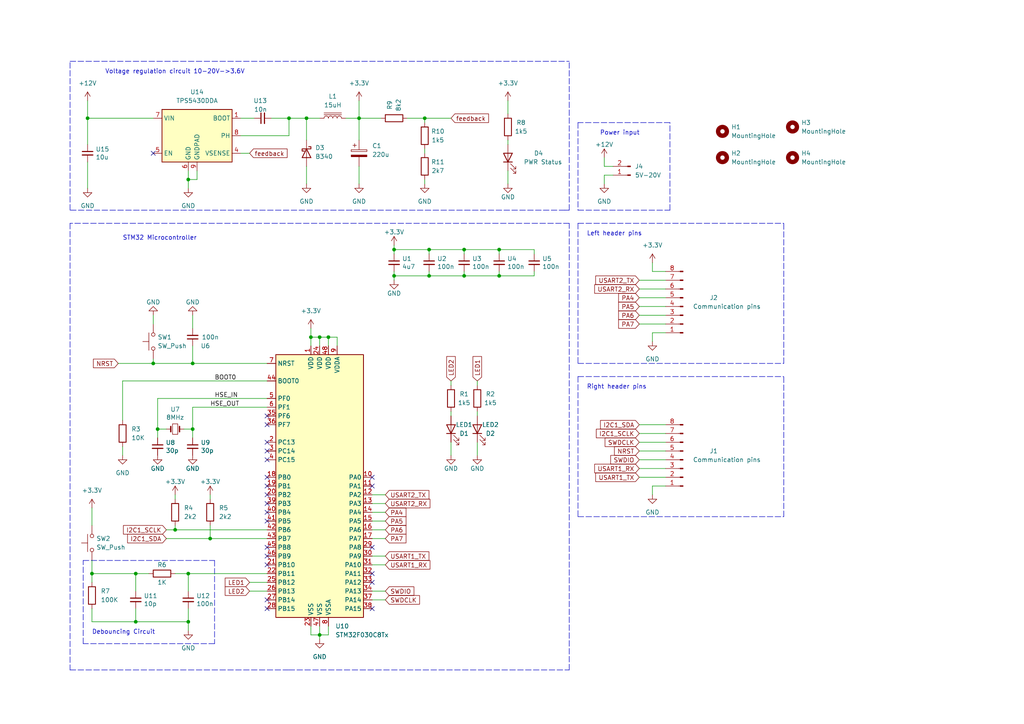
<source format=kicad_sch>
(kicad_sch (version 20211123) (generator eeschema)
  (paper "A4")
  (title_block (title "STM32F030 Developement board") (date "2022-10-16") (rev "1") (comment 1 "Creator: Mohamed Boubaker"))
  (lib_symbols
    (symbol "Connector:Conn_01x02_Male" (pin_names (offset 1.016) hide)
      (property "Reference" "J" (at 0 2.54 0))
      (property "Value" "Conn_01x02_Male" (at 0 -5.08 0))
      (symbol "Conn_01x02_Male_1_1"
        (polyline (pts (xy 1.27 -2.54) (xy 0.8636 -2.54)) (stroke (width 0.1524)))
        (polyline (pts (xy 1.27 0) (xy 0.8636 0)) (stroke (width 0.1524)))
        (rectangle (start 0.8636 -2.413) (end 0 -2.667) (stroke (width 0.1524)) (fill (type outline)))
        (rectangle (start 0.8636 0.127) (end 0 -0.127) (stroke (width 0.1524)) (fill (type outline)))
        (pin passive line (at 5.08 0 180) (length 3.81) (name "Pin_1") (number "1"))
        (pin passive line (at 5.08 -2.54 180) (length 3.81) (name "Pin_2") (number "2"))
      )
    )
    (symbol "Connector:Conn_01x08_Male" (pin_names (offset 1.016) hide)
      (property "Reference" "J" (at 0 10.16 0))
      (property "Value" "Conn_01x08_Male" (at 0 -12.7 0))
      (symbol "Conn_01x08_Male_1_1"
        (polyline (pts (xy 1.27 -10.16) (xy 0.8636 -10.16)) (stroke (width 0.1524)))
        (polyline (pts (xy 1.27 -7.62) (xy 0.8636 -7.62)) (stroke (width 0.1524)))
        (polyline (pts (xy 1.27 -5.08) (xy 0.8636 -5.08)) (stroke (width 0.1524)))
        (polyline (pts (xy 1.27 -2.54) (xy 0.8636 -2.54)) (stroke (width 0.1524)))
        (polyline (pts (xy 1.27 0) (xy 0.8636 0)) (stroke (width 0.1524)))
        (polyline (pts (xy 1.27 2.54) (xy 0.8636 2.54)) (stroke (width 0.1524)))
        (polyline (pts (xy 1.27 5.08) (xy 0.8636 5.08)) (stroke (width 0.1524)))
        (polyline (pts (xy 1.27 7.62) (xy 0.8636 7.62)) (stroke (width 0.1524)))
        (rectangle (start 0.8636 -10.033) (end 0 -10.287) (stroke (width 0.1524)) (fill (type outline)))
        (rectangle (start 0.8636 -7.493) (end 0 -7.747) (stroke (width 0.1524)) (fill (type outline)))
        (rectangle (start 0.8636 -4.953) (end 0 -5.207) (stroke (width 0.1524)) (fill (type outline)))
        (rectangle (start 0.8636 -2.413) (end 0 -2.667) (stroke (width 0.1524)) (fill (type outline)))
        (rectangle (start 0.8636 0.127) (end 0 -0.127) (stroke (width 0.1524)) (fill (type outline)))
        (rectangle (start 0.8636 2.667) (end 0 2.413) (stroke (width 0.1524)) (fill (type outline)))
        (rectangle (start 0.8636 5.207) (end 0 4.953) (stroke (width 0.1524)) (fill (type outline)))
        (rectangle (start 0.8636 7.747) (end 0 7.493) (stroke (width 0.1524)) (fill (type outline)))
        (pin passive line (at 5.08 7.62 180) (length 3.81) (name "Pin_1") (number "1"))
        (pin passive line (at 5.08 5.08 180) (length 3.81) (name "Pin_2") (number "2"))
        (pin passive line (at 5.08 2.54 180) (length 3.81) (name "Pin_3") (number "3"))
        (pin passive line (at 5.08 0 180) (length 3.81) (name "Pin_4") (number "4"))
        (pin passive line (at 5.08 -2.54 180) (length 3.81) (name "Pin_5") (number "5"))
        (pin passive line (at 5.08 -5.08 180) (length 3.81) (name "Pin_6") (number "6"))
        (pin passive line (at 5.08 -7.62 180) (length 3.81) (name "Pin_7") (number "7"))
        (pin passive line (at 5.08 -10.16 180) (length 3.81) (name "Pin_8") (number "8"))
      )
    )
    (symbol "Device:C_Polarized" (pin_numbers hide) (pin_names (offset 0.254))
      (property "Reference" "C" (at 0.635 2.54 0))
      (property "Value" "C_Polarized" (at 0.635 -2.54 0))
      (symbol "C_Polarized_0_1"
        (rectangle (start -2.286 0.508) (end 2.286 1.016))
        (polyline (pts (xy -1.778 2.286) (xy -0.762 2.286)))
        (polyline (pts (xy -1.27 2.794) (xy -1.27 1.778)))
        (rectangle (start 2.286 -0.508) (end -2.286 -1.016) (fill (type outline)))
      )
      (symbol "C_Polarized_1_1"
        (pin passive line (at 0 3.81 270) (length 2.794) (name "~") (number "1"))
        (pin passive line (at 0 -3.81 90) (length 2.794) (name "~") (number "2"))
      )
    )
    (symbol "Device:C_Small" (pin_numbers hide) (pin_names (offset 0.254) hide)
      (property "Reference" "C" (at 0.254 1.778 0))
      (property "Value" "C_Small" (at 0.254 -2.032 0))
      (symbol "C_Small_0_1"
        (polyline (pts (xy -1.524 -0.508) (xy 1.524 -0.508)) (stroke (width 0.3302)))
        (polyline (pts (xy -1.524 0.508) (xy 1.524 0.508)) (stroke (width 0.3048)))
      )
      (symbol "C_Small_1_1"
        (pin passive line (at 0 2.54 270) (length 2.032) (name "~") (number "1"))
        (pin passive line (at 0 -2.54 90) (length 2.032) (name "~") (number "2"))
      )
    )
    (symbol "Device:Crystal_Small" (pin_numbers hide) (pin_names (offset 1.016) hide)
      (property "Reference" "Y" (at 0 2.54 0))
      (property "Value" "Crystal_Small" (at 0 -2.54 0))
      (symbol "Crystal_Small_0_1"
        (rectangle (start -0.762 -1.524) (end 0.762 1.524))
        (polyline (pts (xy -1.27 -0.762) (xy -1.27 0.762)) (stroke (width 0.381)))
        (polyline (pts (xy 1.27 -0.762) (xy 1.27 0.762)) (stroke (width 0.381)))
      )
      (symbol "Crystal_Small_1_1"
        (pin passive line (at -2.54 0 0) (length 1.27) (name "1") (number "1"))
        (pin passive line (at 2.54 0 180) (length 1.27) (name "2") (number "2"))
      )
    )
    (symbol "Device:LED" (pin_numbers hide) (pin_names (offset 1.016) hide)
      (property "Reference" "D" (at 0 2.54 0))
      (property "Value" "LED" (at 0 -2.54 0))
      (symbol "LED_0_1"
        (polyline (pts (xy -1.27 -1.27) (xy -1.27 1.27)) (stroke (width 0.254)))
        (polyline (pts (xy -1.27 0) (xy 1.27 0)))
        (polyline (pts (xy 1.27 -1.27) (xy 1.27 1.27) (xy -1.27 0) (xy 1.27 -1.27)) (stroke (width 0.254)))
        (polyline (pts (xy -3.048 -0.762) (xy -4.572 -2.286) (xy -3.81 -2.286) (xy -4.572 -2.286) (xy -4.572 -1.524)))
        (polyline (pts (xy -1.778 -0.762) (xy -3.302 -2.286) (xy -2.54 -2.286) (xy -3.302 -2.286) (xy -3.302 -1.524)))
      )
      (symbol "LED_1_1"
        (pin passive line (at -3.81 0 0) (length 2.54) (name "K") (number "1"))
        (pin passive line (at 3.81 0 180) (length 2.54) (name "A") (number "2"))
      )
    )
    (symbol "Device:L_Iron" (pin_numbers hide) (pin_names (offset 1.016) hide)
      (property "Reference" "L" (at -1.27 0 90))
      (property "Value" "L_Iron" (at 2.794 0 90))
      (symbol "L_Iron_0_1"
        (arc (start 0 -2.54) (mid 0.635 -1.905) (end 0 -1.27))
        (arc (start 0 -1.27) (mid 0.635 -0.635) (end 0 0))
        (polyline (pts (xy 1.016 2.54) (xy 1.016 -2.54)))
        (polyline (pts (xy 1.524 -2.54) (xy 1.524 2.54)))
        (arc (start 0 0) (mid 0.635 0.635) (end 0 1.27))
        (arc (start 0 1.27) (mid 0.635 1.905) (end 0 2.54))
      )
      (symbol "L_Iron_1_1"
        (pin passive line (at 0 3.81 270) (length 1.27) (name "1") (number "1"))
        (pin passive line (at 0 -3.81 90) (length 1.27) (name "2") (number "2"))
      )
    )
    (symbol "Device:R" (pin_numbers hide) (pin_names (offset 0))
      (property "Reference" "R" (at 2.032 0 90))
      (property "Value" "R" (at 0 0 90))
      (symbol "R_0_1"
        (rectangle (start -1.016 -2.54) (end 1.016 2.54) (stroke (width 0.254)))
      )
      (symbol "R_1_1"
        (pin passive line (at 0 3.81 270) (length 1.27) (name "~") (number "1"))
        (pin passive line (at 0 -3.81 90) (length 1.27) (name "~") (number "2"))
      )
    )
    (symbol "Diode:B340" (pin_numbers hide) (pin_names (offset 1.016) hide)
      (property "Reference" "D" (at 0 2.54 0))
      (property "Value" "B340" (at 0 -2.54 0))
      (symbol "B340_0_1"
        (polyline (pts (xy 1.27 0) (xy -1.27 0)))
        (polyline (pts (xy 1.27 1.27) (xy 1.27 -1.27) (xy -1.27 0) (xy 1.27 1.27)) (stroke (width 0.254)))
        (polyline (pts (xy -1.905 0.635) (xy -1.905 1.27) (xy -1.27 1.27) (xy -1.27 -1.27) (xy -0.635 -1.27) (xy -0.635 -0.635)) (stroke (width 0.254)))
      )
      (symbol "B340_1_1"
        (pin passive line (at -3.81 0 0) (length 2.54) (name "K") (number "1"))
        (pin passive line (at 3.81 0 180) (length 2.54) (name "A") (number "2"))
      )
    )
    (symbol "MCU_ST_STM32F0:STM32F030C8Tx"
      (property "Reference" "U" (at -12.7 39.37 0))
      (property "Value" "STM32F030C8Tx" (at 7.62 39.37 0))
      (symbol "STM32F030C8Tx_0_1"
        (rectangle (start -12.7 -38.1) (end 12.7 38.1) (stroke (width 0.254)) (fill (type background)))
      )
      (symbol "STM32F030C8Tx_1_1"
        (pin power_in line (at -2.54 40.64 270) (length 2.54) (name "VDD") (number "1"))
        (pin bidirectional line (at 15.24 2.54 180) (length 2.54) (name "PA0") (number "10"))
        (pin bidirectional line (at 15.24 0 180) (length 2.54) (name "PA1") (number "11"))
        (pin bidirectional line (at 15.24 -2.54 180) (length 2.54) (name "PA2") (number "12"))
        (pin bidirectional line (at 15.24 -5.08 180) (length 2.54) (name "PA3") (number "13"))
        (pin bidirectional line (at 15.24 -7.62 180) (length 2.54) (name "PA4") (number "14"))
        (pin bidirectional line (at 15.24 -10.16 180) (length 2.54) (name "PA5") (number "15"))
        (pin bidirectional line (at 15.24 -12.7 180) (length 2.54) (name "PA6") (number "16"))
        (pin bidirectional line (at 15.24 -15.24 180) (length 2.54) (name "PA7") (number "17"))
        (pin bidirectional line (at -15.24 2.54 0) (length 2.54) (name "PB0") (number "18"))
        (pin bidirectional line (at -15.24 0 0) (length 2.54) (name "PB1") (number "19"))
        (pin bidirectional line (at -15.24 12.7 0) (length 2.54) (name "PC13") (number "2"))
        (pin bidirectional line (at -15.24 -2.54 0) (length 2.54) (name "PB2") (number "20"))
        (pin bidirectional line (at -15.24 -22.86 0) (length 2.54) (name "PB10") (number "21"))
        (pin bidirectional line (at -15.24 -25.4 0) (length 2.54) (name "PB11") (number "22"))
        (pin power_in line (at -2.54 -40.64 90) (length 2.54) (name "VSS") (number "23"))
        (pin power_in line (at 0 40.64 270) (length 2.54) (name "VDD") (number "24"))
        (pin bidirectional line (at -15.24 -27.94 0) (length 2.54) (name "PB12") (number "25"))
        (pin bidirectional line (at -15.24 -30.48 0) (length 2.54) (name "PB13") (number "26"))
        (pin bidirectional line (at -15.24 -33.02 0) (length 2.54) (name "PB14") (number "27"))
        (pin bidirectional line (at -15.24 -35.56 0) (length 2.54) (name "PB15") (number "28"))
        (pin bidirectional line (at 15.24 -17.78 180) (length 2.54) (name "PA8") (number "29"))
        (pin bidirectional line (at -15.24 10.16 0) (length 2.54) (name "PC14") (number "3"))
        (pin bidirectional line (at 15.24 -20.32 180) (length 2.54) (name "PA9") (number "30"))
        (pin bidirectional line (at 15.24 -22.86 180) (length 2.54) (name "PA10") (number "31"))
        (pin bidirectional line (at 15.24 -25.4 180) (length 2.54) (name "PA11") (number "32"))
        (pin bidirectional line (at 15.24 -27.94 180) (length 2.54) (name "PA12") (number "33"))
        (pin bidirectional line (at 15.24 -30.48 180) (length 2.54) (name "PA13") (number "34"))
        (pin bidirectional line (at -15.24 20.32 0) (length 2.54) (name "PF6") (number "35"))
        (pin bidirectional line (at -15.24 17.78 0) (length 2.54) (name "PF7") (number "36"))
        (pin bidirectional line (at 15.24 -33.02 180) (length 2.54) (name "PA14") (number "37"))
        (pin bidirectional line (at 15.24 -35.56 180) (length 2.54) (name "PA15") (number "38"))
        (pin bidirectional line (at -15.24 -5.08 0) (length 2.54) (name "PB3") (number "39"))
        (pin bidirectional line (at -15.24 7.62 0) (length 2.54) (name "PC15") (number "4"))
        (pin bidirectional line (at -15.24 -7.62 0) (length 2.54) (name "PB4") (number "40"))
        (pin bidirectional line (at -15.24 -10.16 0) (length 2.54) (name "PB5") (number "41"))
        (pin bidirectional line (at -15.24 -12.7 0) (length 2.54) (name "PB6") (number "42"))
        (pin bidirectional line (at -15.24 -15.24 0) (length 2.54) (name "PB7") (number "43"))
        (pin input line (at -15.24 30.48 0) (length 2.54) (name "BOOT0") (number "44"))
        (pin bidirectional line (at -15.24 -17.78 0) (length 2.54) (name "PB8") (number "45"))
        (pin bidirectional line (at -15.24 -20.32 0) (length 2.54) (name "PB9") (number "46"))
        (pin power_in line (at 0 -40.64 90) (length 2.54) (name "VSS") (number "47"))
        (pin power_in line (at 2.54 40.64 270) (length 2.54) (name "VDD") (number "48"))
        (pin input line (at -15.24 25.4 0) (length 2.54) (name "PF0") (number "5"))
        (pin input line (at -15.24 22.86 0) (length 2.54) (name "PF1") (number "6"))
        (pin input line (at -15.24 35.56 0) (length 2.54) (name "NRST") (number "7"))
        (pin power_in line (at 2.54 -40.64 90) (length 2.54) (name "VSSA") (number "8"))
        (pin power_in line (at 5.08 40.64 270) (length 2.54) (name "VDDA") (number "9"))
      )
    )
    (symbol "Mechanical:MountingHole" (pin_names (offset 1.016))
      (property "Reference" "H" (at 0 5.08 0))
      (property "Value" "MountingHole" (at 0 3.175 0))
      (symbol "MountingHole_0_1"
        (circle (center 0 0) (radius 1.27) (stroke (width 1.27)))
      )
    )
    (symbol "Regulator_Switching:TPS5430DDA"
      (property "Reference" "U" (at -10.16 8.89 0))
      (property "Value" "TPS5430DDA" (at -1.27 8.89 0))
      (symbol "TPS5430DDA_0_1"
        (rectangle (start -10.16 7.62) (end 10.16 -7.62) (stroke (width 0.254)) (fill (type background)))
      )
      (symbol "TPS5430DDA_1_1"
        (pin input line (at 12.7 5.08 180) (length 2.54) (name "BOOT") (number "1"))
        (pin no_connect line (at -10.16 2.54 0) (length 2.54) hide (name "NC") (number "2"))
        (pin no_connect line (at -10.16 -2.54 0) (length 2.54) hide (name "NC") (number "3"))
        (pin input line (at 12.7 -5.08 180) (length 2.54) (name "VSENSE") (number "4"))
        (pin input line (at -12.7 -5.08 0) (length 2.54) (name "EN") (number "5"))
        (pin power_in line (at -2.54 -10.16 90) (length 2.54) (name "GND") (number "6"))
        (pin power_in line (at -12.7 5.08 0) (length 2.54) (name "VIN") (number "7"))
        (pin output line (at 12.7 0 180) (length 2.54) (name "PH") (number "8"))
        (pin power_in line (at 0 -10.16 90) (length 2.54) (name "GNDPAD") (number "9"))
      )
    )
    (symbol "Switch:SW_Push" (pin_numbers hide) (pin_names (offset 1.016) hide)
      (property "Reference" "SW" (at 1.27 2.54 0))
      (property "Value" "SW_Push" (at 0 -1.524 0))
      (symbol "SW_Push_0_1"
        (circle (center -2.032 0) (radius 0.508))
        (polyline (pts (xy 0 1.27) (xy 0 3.048)))
        (polyline (pts (xy 2.54 1.27) (xy -2.54 1.27)))
        (circle (center 2.032 0) (radius 0.508))
        (pin passive line (at -5.08 0 0) (length 2.54) (name "1") (number "1"))
        (pin passive line (at 5.08 0 180) (length 2.54) (name "2") (number "2"))
      )
    )
    (symbol "power:+12V" (power) (pin_names (offset 0))
      (property "Value" "+12V" (at 0 3.556 0))
      (symbol "+12V_0_1"
        (polyline (pts (xy -0.762 1.27) (xy 0 2.54)))
        (polyline (pts (xy 0 0) (xy 0 2.54)))
        (polyline (pts (xy 0 2.54) (xy 0.762 1.27)))
      )
      (symbol "+12V_1_1"
        (pin power_in line (at 0 0 90) (length 0) hide (name "+12V") (number "1"))
      )
    )
    (symbol "power:+3.3V" (power) (pin_names (offset 0))
      (property "Value" "+3.3V" (at 0 3.556 0))
      (symbol "+3.3V_0_1"
        (polyline (pts (xy -0.762 1.27) (xy 0 2.54)))
        (polyline (pts (xy 0 0) (xy 0 2.54)))
        (polyline (pts (xy 0 2.54) (xy 0.762 1.27)))
      )
      (symbol "+3.3V_1_1"
        (pin power_in line (at 0 0 90) (length 0) hide (name "+3.3V") (number "1"))
      )
    )
    (symbol "power:GND" (power) (pin_names (offset 0))
      (property "Value" "GND" (at 0 -3.81 0))
      (symbol "GND_0_1"
        (polyline (pts (xy 0 0) (xy 0 -1.27) (xy 1.27 -1.27) (xy 0 -2.54) (xy -1.27 -1.27) (xy 0 -1.27)))
      )
      (symbol "GND_1_1"
        (pin power_in line (at 0 0 270) (length 0) hide (name "GND") (number "1"))
      )
    )
  )
  (junction (at 123.19 34.29))
  (junction (at 83.82 34.29))
  (junction (at 55.88 124.46))
  (junction (at 54.61 180.34))
  (junction (at 39.37 166.37))
  (junction (at 39.37 180.34))
  (junction (at 92.71 184.15))
  (junction (at 104.14 34.29))
  (junction (at 45.72 124.46))
  (junction (at 60.96 156.21))
  (junction (at 50.8 153.67))
  (junction (at 134.62 72.39))
  (junction (at 95.25 97.79))
  (junction (at 54.61 166.37))
  (junction (at 144.78 72.39))
  (junction (at 26.67 166.37))
  (junction (at 114.3 80.01))
  (junction (at 92.71 97.79))
  (junction (at 88.9 34.29))
  (junction (at 124.46 72.39))
  (junction (at 114.3 72.39))
  (junction (at 134.62 80.01))
  (junction (at 25.4 34.29))
  (junction (at 54.61 52.07))
  (junction (at 44.45 105.41))
  (junction (at 90.17 97.79))
  (junction (at 55.88 105.41))
  (junction (at 144.78 80.01))
  (junction (at 124.46 80.01))
  (no_connect (at 77.47 163.83))
  (no_connect (at 77.47 161.29))
  (no_connect (at 77.47 158.75))
  (no_connect (at 77.47 138.43))
  (no_connect (at 77.47 140.97))
  (no_connect (at 77.47 128.27))
  (no_connect (at 77.47 130.81))
  (no_connect (at 77.47 133.35))
  (no_connect (at 77.47 151.13))
  (no_connect (at 77.47 143.51))
  (no_connect (at 77.47 146.05))
  (no_connect (at 77.47 148.59))
  (no_connect (at 107.95 138.43))
  (no_connect (at 107.95 140.97))
  (no_connect (at 107.95 158.75))
  (no_connect (at 107.95 166.37))
  (no_connect (at 107.95 168.91))
  (no_connect (at 107.95 176.53))
  (no_connect (at 77.47 120.65))
  (no_connect (at 77.47 123.19))
  (no_connect (at 44.45 44.45))
  (no_connect (at 77.47 173.99))
  (no_connect (at 77.47 176.53))
  (polyline (pts (xy 167.64 105.41) (xy 227.33 105.41)))
  (wire (pts (xy 189.23 99.06) (xy 189.23 96.52)))
  (wire (pts (xy 185.42 83.82) (xy 193.04 83.82)))
  (wire (pts (xy 45.72 124.46) (xy 48.26 124.46)))
  (wire (pts (xy 185.42 93.98) (xy 193.04 93.98)))
  (wire (pts (xy 54.61 171.45) (xy 54.61 166.37)))
  (wire (pts (xy 130.81 128.27) (xy 130.81 132.08)))
  (wire (pts (xy 138.43 128.27) (xy 138.43 132.08)))
  (polyline (pts (xy 20.32 17.78) (xy 165.1 17.78)))
  (wire (pts (xy 39.37 180.34) (xy 26.67 180.34)))
  (wire (pts (xy 25.4 46.99) (xy 25.4 54.61)))
  (wire (pts (xy 60.96 156.21) (xy 77.47 156.21)))
  (polyline (pts (xy 24.13 186.69) (xy 24.13 162.56)))
  (wire (pts (xy 189.23 143.51) (xy 189.23 140.97)))
  (wire (pts (xy 123.19 35.56) (xy 123.19 34.29)))
  (wire (pts (xy 53.34 124.46) (xy 55.88 124.46)))
  (wire (pts (xy 107.95 173.99) (xy 111.76 173.99)))
  (wire (pts (xy 35.56 121.92) (xy 35.56 110.49)))
  (wire (pts (xy 97.79 97.79) (xy 95.25 97.79)))
  (wire (pts (xy 185.42 88.9) (xy 193.04 88.9)))
  (wire (pts (xy 77.47 105.41) (xy 55.88 105.41)))
  (wire (pts (xy 189.23 96.52) (xy 193.04 96.52)))
  (wire (pts (xy 48.26 153.67) (xy 50.8 153.67)))
  (wire (pts (xy 72.39 168.91) (xy 77.47 168.91)))
  (wire (pts (xy 144.78 80.01) (xy 154.94 80.01)))
  (wire (pts (xy 144.78 72.39) (xy 134.62 72.39)))
  (wire (pts (xy 88.9 48.26) (xy 88.9 53.34)))
  (wire (pts (xy 55.88 100.33) (xy 55.88 105.41)))
  (wire (pts (xy 54.61 166.37) (xy 50.8 166.37)))
  (wire (pts (xy 97.79 100.33) (xy 97.79 97.79)))
  (wire (pts (xy 100.33 34.29) (xy 104.14 34.29)))
  (wire (pts (xy 44.45 104.14) (xy 44.45 105.41)))
  (wire (pts (xy 83.82 34.29) (xy 88.9 34.29)))
  (wire (pts (xy 185.42 123.19) (xy 193.04 123.19)))
  (wire (pts (xy 185.42 138.43) (xy 193.04 138.43)))
  (wire (pts (xy 55.88 95.25) (xy 55.88 91.44)))
  (wire (pts (xy 34.29 105.41) (xy 44.45 105.41)))
  (wire (pts (xy 185.42 91.44) (xy 193.04 91.44)))
  (wire (pts (xy 44.45 34.29) (xy 25.4 34.29)))
  (wire (pts (xy 123.19 52.07) (xy 123.19 53.34)))
  (wire (pts (xy 26.67 162.56) (xy 26.67 166.37)))
  (wire (pts (xy 107.95 163.83) (xy 111.76 163.83)))
  (wire (pts (xy 104.14 34.29) (xy 110.49 34.29)))
  (wire (pts (xy 104.14 29.21) (xy 104.14 34.29)))
  (wire (pts (xy 50.8 152.4) (xy 50.8 153.67)))
  (wire (pts (xy 118.11 34.29) (xy 123.19 34.29)))
  (wire (pts (xy 107.95 171.45) (xy 111.76 171.45)))
  (polyline (pts (xy 167.64 109.22) (xy 167.64 149.86)))
  (wire (pts (xy 185.42 135.89) (xy 193.04 135.89)))
  (wire (pts (xy 134.62 72.39) (xy 124.46 72.39)))
  (wire (pts (xy 154.94 72.39) (xy 144.78 72.39)))
  (wire (pts (xy 69.85 39.37) (xy 83.82 39.37)))
  (wire (pts (xy 54.61 180.34) (xy 54.61 182.88)))
  (polyline (pts (xy 167.64 109.22) (xy 227.33 109.22)))
  (wire (pts (xy 39.37 176.53) (xy 39.37 180.34)))
  (wire (pts (xy 43.18 166.37) (xy 39.37 166.37)))
  (wire (pts (xy 107.95 151.13) (xy 111.76 151.13)))
  (polyline (pts (xy 167.64 60.96) (xy 194.31 60.96)))
  (wire (pts (xy 54.61 49.53) (xy 54.61 52.07)))
  (wire (pts (xy 57.15 52.07) (xy 54.61 52.07)))
  (wire (pts (xy 107.95 156.21) (xy 111.76 156.21)))
  (wire (pts (xy 114.3 78.74) (xy 114.3 80.01)))
  (wire (pts (xy 189.23 78.74) (xy 189.23 76.2)))
  (wire (pts (xy 90.17 97.79) (xy 90.17 100.33)))
  (wire (pts (xy 54.61 52.07) (xy 54.61 54.61)))
  (wire (pts (xy 134.62 78.74) (xy 134.62 80.01)))
  (polyline (pts (xy 167.64 149.86) (xy 227.33 149.86)))
  (wire (pts (xy 185.42 128.27) (xy 193.04 128.27)))
  (polyline (pts (xy 227.33 149.86) (xy 227.33 109.22)))
  (polyline (pts (xy 227.33 105.41) (xy 227.33 64.77)))
  (polyline (pts (xy 83.82 194.31) (xy 165.1 194.31)))
  (polyline (pts (xy 165.1 64.77) (xy 20.32 64.77)))
  (polyline (pts (xy 167.64 64.77) (xy 227.33 64.77)))
  (wire (pts (xy 55.88 124.46) (xy 55.88 118.11)))
  (polyline (pts (xy 20.32 64.77) (xy 20.32 194.31)))
  (wire (pts (xy 45.72 127) (xy 45.72 124.46)))
  (polyline (pts (xy 163.83 60.96) (xy 20.32 60.96)))
  (wire (pts (xy 177.8 48.26) (xy 175.26 48.26)))
  (wire (pts (xy 69.85 34.29) (xy 73.66 34.29)))
  (wire (pts (xy 123.19 34.29) (xy 130.81 34.29)))
  (wire (pts (xy 48.26 156.21) (xy 60.96 156.21)))
  (wire (pts (xy 54.61 176.53) (xy 54.61 180.34)))
  (wire (pts (xy 175.26 50.8) (xy 175.26 53.34)))
  (wire (pts (xy 175.26 48.26) (xy 175.26 45.72)))
  (wire (pts (xy 130.81 119.38) (xy 130.81 120.65)))
  (wire (pts (xy 144.78 73.66) (xy 144.78 72.39)))
  (wire (pts (xy 185.42 86.36) (xy 193.04 86.36)))
  (wire (pts (xy 26.67 180.34) (xy 26.67 176.53)))
  (wire (pts (xy 72.39 171.45) (xy 77.47 171.45)))
  (wire (pts (xy 147.32 49.53) (xy 147.32 53.34)))
  (wire (pts (xy 26.67 147.32) (xy 26.67 152.4)))
  (wire (pts (xy 114.3 80.01) (xy 124.46 80.01)))
  (wire (pts (xy 57.15 49.53) (xy 57.15 52.07)))
  (wire (pts (xy 90.17 95.25) (xy 90.17 97.79)))
  (wire (pts (xy 83.82 34.29) (xy 78.74 34.29)))
  (wire (pts (xy 90.17 181.61) (xy 90.17 184.15)))
  (wire (pts (xy 25.4 34.29) (xy 25.4 29.21)))
  (polyline (pts (xy 165.1 194.31) (xy 165.1 64.77)))
  (wire (pts (xy 177.8 50.8) (xy 175.26 50.8)))
  (wire (pts (xy 54.61 180.34) (xy 39.37 180.34)))
  (wire (pts (xy 154.94 73.66) (xy 154.94 72.39)))
  (wire (pts (xy 90.17 97.79) (xy 92.71 97.79)))
  (wire (pts (xy 45.72 115.57) (xy 45.72 124.46)))
  (wire (pts (xy 124.46 72.39) (xy 124.46 73.66)))
  (wire (pts (xy 50.8 153.67) (xy 77.47 153.67)))
  (wire (pts (xy 138.43 119.38) (xy 138.43 120.65)))
  (wire (pts (xy 144.78 78.74) (xy 144.78 80.01)))
  (wire (pts (xy 88.9 34.29) (xy 88.9 40.64)))
  (wire (pts (xy 92.71 184.15) (xy 92.71 185.42)))
  (polyline (pts (xy 165.1 60.96) (xy 165.1 17.78)))
  (polyline (pts (xy 24.13 162.56) (xy 62.23 162.56)))
  (polyline (pts (xy 20.32 60.96) (xy 20.32 17.78)))
  (wire (pts (xy 95.25 100.33) (xy 95.25 97.79)))
  (wire (pts (xy 147.32 29.21) (xy 147.32 33.02)))
  (wire (pts (xy 55.88 118.11) (xy 77.47 118.11)))
  (wire (pts (xy 35.56 129.54) (xy 35.56 132.08)))
  (wire (pts (xy 147.32 40.64) (xy 147.32 41.91)))
  (wire (pts (xy 104.14 48.26) (xy 104.14 53.34)))
  (wire (pts (xy 114.3 72.39) (xy 114.3 73.66)))
  (wire (pts (xy 123.19 44.45) (xy 123.19 43.18)))
  (polyline (pts (xy 62.23 162.56) (xy 62.23 186.69)))
  (polyline (pts (xy 163.83 60.96) (xy 165.1 60.96)))
  (wire (pts (xy 124.46 80.01) (xy 134.62 80.01)))
  (wire (pts (xy 154.94 78.74) (xy 154.94 80.01)))
  (wire (pts (xy 114.3 71.12) (xy 114.3 72.39)))
  (polyline (pts (xy 167.64 35.56) (xy 167.64 60.96)))
  (wire (pts (xy 185.42 130.81) (xy 193.04 130.81)))
  (wire (pts (xy 130.81 110.49) (xy 130.81 111.76)))
  (polyline (pts (xy 167.64 64.77) (xy 167.64 105.41)))
  (wire (pts (xy 69.85 44.45) (xy 72.39 44.45)))
  (wire (pts (xy 60.96 152.4) (xy 60.96 156.21)))
  (wire (pts (xy 189.23 140.97) (xy 193.04 140.97)))
  (wire (pts (xy 95.25 181.61) (xy 95.25 184.15)))
  (wire (pts (xy 92.71 181.61) (xy 92.71 184.15)))
  (wire (pts (xy 107.95 148.59) (xy 111.76 148.59)))
  (wire (pts (xy 107.95 143.51) (xy 111.76 143.51)))
  (wire (pts (xy 60.96 143.51) (xy 60.96 144.78)))
  (wire (pts (xy 39.37 166.37) (xy 26.67 166.37)))
  (wire (pts (xy 90.17 184.15) (xy 92.71 184.15)))
  (wire (pts (xy 35.56 110.49) (xy 77.47 110.49)))
  (wire (pts (xy 26.67 166.37) (xy 26.67 168.91)))
  (wire (pts (xy 44.45 91.44) (xy 44.45 93.98)))
  (wire (pts (xy 107.95 153.67) (xy 111.76 153.67)))
  (wire (pts (xy 124.46 80.01) (xy 124.46 78.74)))
  (wire (pts (xy 92.71 97.79) (xy 92.71 100.33)))
  (wire (pts (xy 95.25 184.15) (xy 92.71 184.15)))
  (wire (pts (xy 88.9 34.29) (xy 92.71 34.29)))
  (wire (pts (xy 25.4 34.29) (xy 25.4 41.91)))
  (polyline (pts (xy 20.32 194.31) (xy 83.82 194.31)))
  (wire (pts (xy 92.71 97.79) (xy 95.25 97.79)))
  (wire (pts (xy 54.61 166.37) (xy 77.47 166.37)))
  (wire (pts (xy 107.95 161.29) (xy 111.76 161.29)))
  (wire (pts (xy 134.62 73.66) (xy 134.62 72.39)))
  (polyline (pts (xy 62.23 186.69) (xy 24.13 186.69)))
  (wire (pts (xy 138.43 110.49) (xy 138.43 111.76)))
  (wire (pts (xy 45.72 115.57) (xy 77.47 115.57)))
  (polyline (pts (xy 194.31 35.56) (xy 167.64 35.56)))
  (wire (pts (xy 114.3 80.01) (xy 114.3 81.28)))
  (polyline (pts (xy 194.31 60.96) (xy 194.31 35.56)))
  (wire (pts (xy 55.88 127) (xy 55.88 124.46)))
  (wire (pts (xy 104.14 34.29) (xy 104.14 40.64)))
  (wire (pts (xy 50.8 143.51) (xy 50.8 144.78)))
  (wire (pts (xy 134.62 80.01) (xy 144.78 80.01)))
  (wire (pts (xy 185.42 125.73) (xy 193.04 125.73)))
  (wire (pts (xy 44.45 105.41) (xy 55.88 105.41)))
  (wire (pts (xy 124.46 72.39) (xy 114.3 72.39)))
  (wire (pts (xy 39.37 166.37) (xy 39.37 171.45)))
  (wire (pts (xy 83.82 39.37) (xy 83.82 34.29)))
  (wire (pts (xy 185.42 133.35) (xy 193.04 133.35)))
  (wire (pts (xy 193.04 78.74) (xy 189.23 78.74)))
  (wire (pts (xy 107.95 146.05) (xy 111.76 146.05)))
  (wire (pts (xy 185.42 81.28) (xy 193.04 81.28)))
  (text "Power input" (at 173.99 39.37 0) (effects (font (size 1.27 1.27)) (justify left bottom)))
  (text "STM32 Microcontroller" (at 35.56 69.85 0) (effects (font (size 1.27 1.27)) (justify left bottom)))
  (text "Voltage regulation circuit 10-20V->3.6V" (at 30.48 21.59 0) (effects (font (size 1.27 1.27)) (justify left bottom)))
  (text "Right header pins" (at 170.18 113.03 0) (effects (font (size 1.27 1.27)) (justify left bottom)))
  (text "Debouncing Circuit" (at 26.67 184.15 0) (effects (font (size 1.27 1.27)) (justify left bottom)))
  (text "Left header pins" (at 170.18 68.58 0) (effects (font (size 1.27 1.27)) (justify left bottom)))
  (label "BOOT0" (at 62.23 110.49 0))
  (label "HSE_IN" (at 62.23 115.57 0))
  (label "HSE_OUT" (at 60.96 118.11 0))
  (global_label "PA5" (shape input) (at 111.76 151.13 0) (property "Intersheet References" "${INTERSHEET_REFS}" (effects hide)))
  (global_label "SWDCLK" (shape input) (at 111.76 173.99 0) (property "Intersheet References" "${INTERSHEET_REFS}" (effects hide)))
  (global_label "SWDIO" (shape input) (at 185.42 133.35 180) (property "Intersheet References" "${INTERSHEET_REFS}" (effects hide)))
  (global_label "PA7" (shape input) (at 111.76 156.21 0) (property "Intersheet References" "${INTERSHEET_REFS}" (effects hide)))
  (global_label "USART2_RX" (shape input) (at 185.42 83.82 180) (property "Intersheet References" "${INTERSHEET_REFS}" (effects hide)))
  (global_label "PA6" (shape input) (at 111.76 153.67 0) (property "Intersheet References" "${INTERSHEET_REFS}" (effects hide)))
  (global_label "SWDCLK" (shape input) (at 185.42 128.27 180) (property "Intersheet References" "${INTERSHEET_REFS}" (effects hide)))
  (global_label "LED2" (shape input) (at 72.39 171.45 180) (property "Intersheet References" "${INTERSHEET_REFS}" (effects hide)))
  (global_label "USART2_RX" (shape input) (at 111.76 146.05 0) (property "Intersheet References" "${INTERSHEET_REFS}" (effects hide)))
  (global_label "NRST" (shape input) (at 185.42 130.81 180) (property "Intersheet References" "${INTERSHEET_REFS}" (effects hide)))
  (global_label "NRST" (shape input) (at 34.29 105.41 180) (property "Intersheet References" "${INTERSHEET_REFS}" (effects hide)))
  (global_label "I2C1_SDA" (shape input) (at 48.26 156.21 180) (property "Intersheet References" "${INTERSHEET_REFS}" (effects hide)))
  (global_label "feedback" (shape input) (at 130.81 34.29 0) (property "Intersheet References" "${INTERSHEET_REFS}" (effects hide)))
  (global_label "USART1_RX" (shape input) (at 111.76 163.83 0) (property "Intersheet References" "${INTERSHEET_REFS}" (effects hide)))
  (global_label "PA5" (shape input) (at 185.42 88.9 180) (property "Intersheet References" "${INTERSHEET_REFS}" (effects hide)))
  (global_label "USART1_TX" (shape input) (at 111.76 161.29 0) (property "Intersheet References" "${INTERSHEET_REFS}" (effects hide)))
  (global_label "I2C1_SCLK" (shape input) (at 185.42 125.73 180) (property "Intersheet References" "${INTERSHEET_REFS}" (effects hide)))
  (global_label "PA7" (shape input) (at 185.42 93.98 180) (property "Intersheet References" "${INTERSHEET_REFS}" (effects hide)))
  (global_label "USART2_TX" (shape input) (at 111.76 143.51 0) (property "Intersheet References" "${INTERSHEET_REFS}" (effects hide)))
  (global_label "USART1_TX" (shape input) (at 185.42 138.43 180) (property "Intersheet References" "${INTERSHEET_REFS}" (effects hide)))
  (global_label "I2C1_SCLK" (shape input) (at 48.26 153.67 180) (property "Intersheet References" "${INTERSHEET_REFS}" (effects hide)))
  (global_label "LED1" (shape input) (at 72.39 168.91 180) (property "Intersheet References" "${INTERSHEET_REFS}" (effects hide)))
  (global_label "feedback" (shape input) (at 72.39 44.45 0) (property "Intersheet References" "${INTERSHEET_REFS}" (effects hide)))
  (global_label "LED2" (shape input) (at 130.81 110.49 90) (property "Intersheet References" "${INTERSHEET_REFS}" (effects hide)))
  (global_label "PA4" (shape input) (at 185.42 86.36 180) (property "Intersheet References" "${INTERSHEET_REFS}" (effects hide)))
  (global_label "I2C1_SDA" (shape input) (at 185.42 123.19 180) (property "Intersheet References" "${INTERSHEET_REFS}" (effects hide)))
  (global_label "USART1_RX" (shape input) (at 185.42 135.89 180) (property "Intersheet References" "${INTERSHEET_REFS}" (effects hide)))
  (global_label "USART2_TX" (shape input) (at 185.42 81.28 180) (property "Intersheet References" "${INTERSHEET_REFS}" (effects hide)))
  (global_label "LED1" (shape input) (at 138.43 110.49 90) (property "Intersheet References" "${INTERSHEET_REFS}" (effects hide)))
  (global_label "PA6" (shape input) (at 185.42 91.44 180) (property "Intersheet References" "${INTERSHEET_REFS}" (effects hide)))
  (global_label "SWDIO" (shape input) (at 111.76 171.45 0) (property "Intersheet References" "${INTERSHEET_REFS}" (effects hide)))
  (global_label "PA4" (shape input) (at 111.76 148.59 0) (property "Intersheet References" "${INTERSHEET_REFS}" (effects hide)))
  (symbol (lib_id "Device:R") (at 123.19 48.26 0) (unit 1)
    (property "Reference" "R11" (at 127 46.99 0))
    (property "Value" "2k7" (at 127 49.53 0))
    (property "Footprint" "Resistor_SMD:R_0805_2012Metric" (effects hide))
    (property "LCSC Part #" "C17530" (effects hide))
  )
  (symbol (lib_id "power:+3.3V") (at 114.3 71.12 0) (unit 1)
    (property "Reference" "#PWR01" (effects hide))
    (property "Value" "+3.3V" (at 114.3 67.31 0))
  )
  (symbol (lib_id "Device:R") (at 26.67 172.72 0) (unit 1)
    (property "Reference" "R7" (at 29.21 171.4499 0) (effects (justify left)))
    (property "Value" "100K" (at 29.21 173.9899 0) (effects (justify left)))
    (property "Footprint" "Resistor_SMD:R_0603_1608Metric" (effects hide))
    (property "LCSC Part #" "C25803" (effects hide))
  )
  (symbol (lib_id "Device:R") (at 60.96 148.59 180) (unit 1)
    (property "Reference" "R5" (at 63.5 147.3199 0) (effects (justify right)))
    (property "Value" "2k2" (at 63.5 149.8599 0) (effects (justify right)))
    (property "Footprint" "Resistor_SMD:R_0402_1005Metric" (effects hide))
    (property "LCSC Part #" "C25879" (effects hide))
  )
  (symbol (lib_id "Device:R") (at 50.8 148.59 180) (unit 1)
    (property "Reference" "R4" (at 53.34 147.3199 0) (effects (justify right)))
    (property "Value" "2k2" (at 53.34 149.8599 0) (effects (justify right)))
    (property "Footprint" "Resistor_SMD:R_0402_1005Metric" (effects hide))
    (property "LCSC Part #" "C25879" (effects hide))
  )
  (symbol (lib_id "Device:R") (at 114.3 34.29 90) (unit 1)
    (property "Reference" "R9" (at 113.03 30.48 0))
    (property "Value" "8k2" (at 115.57 30.48 0))
    (property "Footprint" "Resistor_SMD:R_0805_2012Metric" (effects hide))
    (property "LCSC Part #" "C17828" (effects hide))
  )
  (symbol (lib_id "Device:LED") (at 138.43 124.46 90) (unit 1)
    (property "Reference" "D2" (at 142.24 125.73 90))
    (property "Value" "LED2" (at 142.24 123.19 90))
    (property "Footprint" "LED_SMD:LED_0603_1608Metric" (effects hide))
    (property "LCSC Part #" "C72041" (effects hide))
  )
  (symbol (lib_id "power:GND") (at 54.61 54.61 0) (unit 1)
    (property "Reference" "#PWR0105" (effects hide))
    (property "Value" "GND" (at 54.61 59.69 0))
  )
  (symbol (lib_id "power:GND") (at 104.14 53.34 0) (unit 1)
    (property "Reference" "#PWR0107" (effects hide))
    (property "Value" "GND" (at 104.14 58.42 0))
  )
  (symbol (lib_id "Switch:SW_Push") (at 26.67 157.48 90) (unit 1)
    (property "Reference" "SW2" (at 27.94 156.2099 90) (effects (justify right)))
    (property "Value" "SW_Push" (at 27.94 158.7499 90) (effects (justify right)))
    (property "Footprint" "Button_Switch_SMD:SW_Push_1P1T_NO_CK_KSC6xxJ" (effects hide))
    (property "LCSC Part #" "C318884" (effects hide))
  )
  (symbol (lib_id "Device:C_Small") (at 55.88 97.79 180) (unit 1)
    (property "Reference" "U6" (at 60.96 100.33 0) (effects (justify left)))
    (property "Value" "100n" (at 63.5 97.79 0) (effects (justify left)))
    (property "Footprint" "Capacitor_SMD:C_0402_1005Metric" (effects hide))
    (property "LCSC Part #" "C1525" (effects hide))
  )
  (symbol (lib_id "power:GND") (at 114.3 81.28 0) (unit 1)
    (property "Reference" "#PWR02" (effects hide))
    (property "Value" "GND" (at 114.3 85.09 0))
  )
  (symbol (lib_id "power:+3.3V") (at 50.8 143.51 0) (unit 1)
    (property "Reference" "#PWR014" (effects hide))
    (property "Value" "+3.3V" (at 50.8 139.7 0))
  )
  (symbol (lib_id "Device:C_Small") (at 76.2 34.29 90) (unit 1)
    (property "Reference" "U13" (at 77.47 29.21 90) (effects (justify left)))
    (property "Value" "10n" (at 77.47 31.75 90) (effects (justify left)))
    (property "Footprint" "Capacitor_SMD:C_0805_2012Metric" (effects hide))
    (property "LCSC Part #" "C1710" (effects hide))
  )
  (symbol (lib_id "power:GND") (at 175.26 53.34 0) (unit 1)
    (property "Reference" "#PWR0110" (effects hide))
    (property "Value" "GND" (at 175.26 58.42 0))
  )
  (symbol (lib_id "Device:R") (at 130.81 115.57 0) (unit 1)
    (property "Reference" "R1" (at 134.62 114.3 0))
    (property "Value" "1k5" (at 134.62 116.84 0))
    (property "Footprint" "Resistor_SMD:R_0603_1608Metric" (effects hide))
    (property "LCSC Part #" "C22843" (effects hide))
  )
  (symbol (lib_id "power:GND") (at 130.81 132.08 0) (unit 1)
    (property "Reference" "#PWR07" (effects hide))
    (property "Value" "GND" (at 130.81 135.89 0))
  )
  (symbol (lib_id "Regulator_Switching:TPS5430DDA") (at 57.15 39.37 0) (unit 1)
    (property "Reference" "U14" (at 57.15 26.67 0))
    (property "Value" "TPS5430DDA" (at 57.15 29.21 0))
    (property "Footprint" "Package_SO:TI_SO-PowerPAD-8_ThermalVias" (effects hide))
    (property "Datasheet" "http://www.ti.com/lit/ds/symlink/tps5430.pdf" (effects hide))
    (property "LCSC Part #" "C9864" (effects hide))
  )
  (symbol (lib_id "power:+3.3V") (at 90.17 95.25 0) (unit 1)
    (property "Reference" "#PWR05" (effects hide))
    (property "Value" "+3.3V" (at 90.17 90.17 0))
  )
  (symbol (lib_id "power:+3.3V") (at 26.67 147.32 0) (unit 1)
    (property "Reference" "#PWR016" (effects hide))
    (property "Value" "+3.3V" (at 26.67 142.24 0))
  )
  (symbol (lib_id "Connector:Conn_01x08_Male") (at 198.12 133.35 180) (unit 1)
    (property "Reference" "J1" (at 207.01 130.81 0))
    (property "Value" "Communication pins" (at 210.82 133.35 0))
    (property "Footprint" "Connector_PinHeader_2.54mm:PinHeader_1x08_P2.54mm_Vertical" (effects hide))
  )
  (symbol (lib_id "Device:R") (at 123.19 39.37 0) (unit 1)
    (property "Reference" "R10" (at 127 38.1 0))
    (property "Value" "1k5" (at 127 40.64 0))
    (property "Footprint" "Resistor_SMD:R_0805_2012Metric" (effects hide))
    (property "LCSC Part #" "C4310" (effects hide))
  )
  (symbol (lib_id "Device:C_Small") (at 25.4 44.45 0) (unit 1)
    (property "Reference" "U15" (at 27.7368 43.2816 0) (effects (justify left)))
    (property "Value" "10u" (at 27.7368 45.593 0) (effects (justify left)))
    (property "Footprint" "Capacitor_SMD:C_0805_2012Metric" (effects hide))
    (property "LCSC Part #" "C15850" (effects hide))
  )
  (symbol (lib_id "Mechanical:MountingHole") (at 229.87 36.83 0) (unit 1)
    (property "Reference" "H3" (at 232.41 35.5599 0) (effects (justify left)))
    (property "Value" "MountingHole" (at 232.41 38.0999 0) (effects (justify left)))
    (property "Footprint" "MountingHole:MountingHole_2.2mm_M2" (effects hide))
  )
  (symbol (lib_id "power:GND") (at 189.23 143.51 0) (unit 1)
    (property "Reference" "#PWR013" (effects hide))
    (property "Value" "GND" (at 189.23 148.59 0))
  )
  (symbol (lib_id "Device:R") (at 147.32 36.83 0) (unit 1)
    (property "Reference" "R8" (at 151.13 35.56 0))
    (property "Value" "1k5" (at 151.13 38.1 0))
    (property "Footprint" "Resistor_SMD:R_0603_1608Metric" (effects hide))
    (property "LCSC Part #" "C22843" (effects hide))
  )
  (symbol (lib_id "Connector:Conn_01x08_Male") (at 198.12 88.9 180) (unit 1)
    (property "Reference" "J2" (at 207.01 86.36 0))
    (property "Value" "Communication pins" (at 210.82 88.9 0))
    (property "Footprint" "Connector_PinHeader_2.54mm:PinHeader_1x08_P2.54mm_Vertical" (effects hide))
  )
  (symbol (lib_id "Device:C_Small") (at 134.62 76.2 0) (unit 1)
    (property "Reference" "U3" (at 136.9568 75.0316 0) (effects (justify left)))
    (property "Value" "100n" (at 136.9568 77.343 0) (effects (justify left)))
    (property "Footprint" "Capacitor_SMD:C_0402_1005Metric" (effects hide))
    (property "LCSC Part #" "C1525" (effects hide))
  )
  (symbol (lib_id "power:+3.3V") (at 104.14 29.21 0) (unit 1)
    (property "Reference" "#PWR0102" (effects hide))
    (property "Value" "+3.3V" (at 104.14 24.13 0))
  )
  (symbol (lib_id "power:GND") (at 189.23 99.06 0) (unit 1)
    (property "Reference" "#PWR018" (effects hide))
    (property "Value" "GND" (at 189.23 104.14 0))
  )
  (symbol (lib_id "power:GND") (at 45.72 132.08 0) (unit 1)
    (property "Reference" "#PWR010" (effects hide))
    (property "Value" "GND" (at 45.72 135.89 0))
  )
  (symbol (lib_id "power:GND") (at 92.71 185.42 0) (unit 1)
    (property "Reference" "#PWR019" (effects hide))
    (property "Value" "GND" (at 92.71 190.5 0))
  )
  (symbol (lib_id "Device:R") (at 46.99 166.37 270) (unit 1)
    (property "Reference" "R6" (at 46.99 163.83 90))
    (property "Value" "1K" (at 46.99 168.91 90))
    (property "Footprint" "Resistor_SMD:R_0603_1608Metric" (effects hide))
    (property "LCSC Part #" "C21190" (effects hide))
  )
  (symbol (lib_id "power:GND") (at 55.88 91.44 180) (unit 1)
    (property "Reference" "#PWR04" (effects hide))
    (property "Value" "GND" (at 55.88 87.63 0))
  )
  (symbol (lib_id "power:+3.3V") (at 60.96 143.51 0) (unit 1)
    (property "Reference" "#PWR015" (effects hide))
    (property "Value" "+3.3V" (at 60.96 139.7 0))
  )
  (symbol (lib_id "Device:C_Small") (at 39.37 173.99 0) (unit 1)
    (property "Reference" "U11" (at 41.7068 172.8216 0) (effects (justify left)))
    (property "Value" "10p" (at 41.7068 175.133 0) (effects (justify left)))
    (property "Footprint" "Capacitor_SMD:C_0402_1005Metric" (effects hide))
    (property "LCSC Part #" "C32949" (effects hide))
  )
  (symbol (lib_id "power:+12V") (at 175.26 45.72 0) (unit 1)
    (property "Reference" "#PWR0111" (effects hide))
    (property "Value" "+12V" (at 175.26 41.91 0))
  )
  (symbol (lib_id "Device:C_Polarized") (at 104.14 44.45 0) (unit 1)
    (property "Reference" "C1" (at 107.95 42.2909 0) (effects (justify left)))
    (property "Value" "220u" (at 107.95 44.8309 0) (effects (justify left)))
    (property "Footprint" "Capacitor_Tantalum_SMD:CP_EIA-7343-15_Kemet-W" (effects hide))
    (property "LCSC Part #" "C242173" (effects hide))
  )
  (symbol (lib_id "Device:C_Small") (at 154.94 76.2 0) (unit 1)
    (property "Reference" "U5" (at 157.2768 75.0316 0) (effects (justify left)))
    (property "Value" "100n" (at 157.2768 77.343 0) (effects (justify left)))
    (property "Footprint" "Capacitor_SMD:C_0402_1005Metric" (effects hide))
    (property "LCSC Part #" "C1525" (effects hide))
  )
  (symbol (lib_id "power:+12V") (at 25.4 29.21 0) (unit 1)
    (property "Reference" "#PWR0103" (effects hide))
    (property "Value" "+12V" (at 25.4 24.13 0))
  )
  (symbol (lib_id "Device:C_Small") (at 55.88 129.54 0) (unit 1)
    (property "Reference" "U9" (at 58.2168 128.3716 0) (effects (justify left)))
    (property "Value" "30p" (at 58.2168 130.683 0) (effects (justify left)))
    (property "Footprint" "Capacitor_SMD:C_0402_1005Metric" (effects hide))
    (property "LCSC Part #" "C1570" (effects hide))
  )
  (symbol (lib_id "MCU_ST_STM32F0:STM32F030C8Tx") (at 92.71 140.97 0) (unit 1)
    (property "Reference" "U10" (at 97.2694 181.61 0) (effects (justify left)))
    (property "Value" "STM32F030C8Tx" (at 97.2694 184.15 0) (effects (justify left)))
    (property "Footprint" "Package_QFP:LQFP-48_7x7mm_P0.5mm" (effects hide))
    (property "Datasheet" "http://www.st.com/st-web-ui/static/active/en/resource/technical/document/datasheet/DM00088500.pdf" (effects hide))
    (property "LCSC Part #" "C23922" (effects hide))
  )
  (symbol (lib_id "power:+3.3V") (at 189.23 76.2 0) (unit 1)
    (property "Reference" "#PWR012" (effects hide))
    (property "Value" "+3.3V" (at 189.23 71.12 0))
  )
  (symbol (lib_id "Mechanical:MountingHole") (at 209.55 45.72 0) (unit 1)
    (property "Reference" "H2" (at 212.09 44.4499 0) (effects (justify left)))
    (property "Value" "MountingHole" (at 212.09 46.9899 0) (effects (justify left)))
    (property "Footprint" "MountingHole:MountingHole_2.2mm_M2" (effects hide))
  )
  (symbol (lib_id "power:GND") (at 123.19 53.34 0) (unit 1)
    (property "Reference" "#PWR0109" (effects hide))
    (property "Value" "GND" (at 123.19 58.42 0))
  )
  (symbol (lib_id "Device:C_Small") (at 144.78 76.2 0) (unit 1)
    (property "Reference" "U4" (at 147.1168 75.0316 0) (effects (justify left)))
    (property "Value" "100n" (at 147.1168 77.343 0) (effects (justify left)))
    (property "Footprint" "Capacitor_SMD:C_0402_1005Metric" (effects hide))
    (property "LCSC Part #" "C1525" (effects hide))
  )
  (symbol (lib_id "Switch:SW_Push") (at 44.45 99.06 90) (unit 1)
    (property "Reference" "SW1" (at 45.72 97.7899 90) (effects (justify right)))
    (property "Value" "SW_Push" (at 45.72 100.3299 90) (effects (justify right)))
    (property "Footprint" "Button_Switch_SMD:SW_Push_1P1T_NO_CK_KSC6xxJ" (effects hide))
    (property "LCSC Part #" "C318884" (effects hide))
  )
  (symbol (lib_id "power:GND") (at 147.32 53.34 0) (unit 1)
    (property "Reference" "#PWR0106" (effects hide))
    (property "Value" "GND" (at 147.32 57.15 0))
  )
  (symbol (lib_id "Device:C_Small") (at 124.46 76.2 0) (unit 1)
    (property "Reference" "U2" (at 126.7968 75.0316 0) (effects (justify left)))
    (property "Value" "100n" (at 126.7968 77.343 0) (effects (justify left)))
    (property "Footprint" "Capacitor_SMD:C_0402_1005Metric" (effects hide))
    (property "LCSC Part #" "C1525" (effects hide))
  )
  (symbol (lib_id "power:GND") (at 54.61 182.88 0) (unit 1)
    (property "Reference" "#PWR06" (effects hide))
    (property "Value" "GND" (at 54.61 187.96 0))
  )
  (symbol (lib_id "Device:C_Small") (at 114.3 76.2 0) (unit 1)
    (property "Reference" "U1" (at 116.6368 75.0316 0) (effects (justify left)))
    (property "Value" "4u7" (at 116.6368 77.343 0) (effects (justify left)))
    (property "Footprint" "Capacitor_SMD:C_0603_1608Metric" (effects hide))
    (property "LCSC Part #" "C19666" (effects hide))
  )
  (symbol (lib_id "Diode:B340") (at 88.9 44.45 270) (unit 1)
    (property "Reference" "D3" (at 91.44 42.8624 90) (effects (justify left)))
    (property "Value" "B340" (at 91.44 45.4024 90) (effects (justify left)))
    (property "Footprint" "Diode_SMD:D_SMA" (effects hide))
    (property "Datasheet" "http://www.jameco.com/Jameco/Products/ProdDS/1538777.pdf" (effects hide))
    (property "LCSC Part #" "C64982" (effects hide))
  )
  (symbol (lib_id "power:GND") (at 55.88 132.08 0) (unit 1)
    (property "Reference" "#PWR011" (effects hide))
    (property "Value" "GND" (at 55.88 135.89 0))
  )
  (symbol (lib_id "power:GND") (at 44.45 91.44 180) (unit 1)
    (property "Reference" "#PWR03" (effects hide))
    (property "Value" "GND" (at 44.45 87.63 0))
  )
  (symbol (lib_id "Device:Crystal_Small") (at 50.8 124.46 0) (unit 1)
    (property "Reference" "U7" (at 50.8 118.745 0))
    (property "Value" "8MHz" (at 50.8 121.0564 0))
    (property "Footprint" "Crystal:Crystal_SMD_5032-2Pin_5.0x3.2mm" (effects hide))
    (property "LCSC Part #" "C115962" (effects hide))
  )
  (symbol (lib_id "power:GND") (at 138.43 132.08 0) (unit 1)
    (property "Reference" "#PWR08" (effects hide))
    (property "Value" "GND" (at 138.43 135.89 0))
  )
  (symbol (lib_id "Device:C_Small") (at 45.72 129.54 0) (unit 1)
    (property "Reference" "U8" (at 48.0568 128.3716 0) (effects (justify left)))
    (property "Value" "30p" (at 48.0568 130.683 0) (effects (justify left)))
    (property "Footprint" "Capacitor_SMD:C_0402_1005Metric" (effects hide))
    (property "LCSC Part #" "C1570" (effects hide))
  )
  (symbol (lib_id "Device:LED") (at 147.32 45.72 90) (unit 1)
    (property "Reference" "D4" (at 156.21 44.45 90))
    (property "Value" "PWR Status" (at 157.48 46.99 90))
    (property "Footprint" "LED_SMD:LED_0603_1608Metric" (effects hide))
    (property "LCSC Part #" "C2286" (effects hide))
  )
  (symbol (lib_id "Connector:Conn_01x02_Male") (at 182.88 50.8 180) (unit 1)
    (property "Reference" "J4" (at 184.15 48.2599 0) (effects (justify right)))
    (property "Value" "5V-20V" (at 184.15 50.7999 0) (effects (justify right)))
    (property "Footprint" "Connector_PinHeader_2.54mm:PinHeader_1x02_P2.54mm_Vertical" (effects hide))
  )
  (symbol (lib_id "Mechanical:MountingHole") (at 209.55 38.1 0) (unit 1)
    (property "Reference" "H1" (at 212.09 36.8299 0) (effects (justify left)))
    (property "Value" "MountingHole" (at 212.09 39.3699 0) (effects (justify left)))
    (property "Footprint" "MountingHole:MountingHole_2.2mm_M2" (effects hide))
  )
  (symbol (lib_id "Device:LED") (at 130.81 124.46 90) (unit 1)
    (property "Reference" "D1" (at 134.62 125.73 90))
    (property "Value" "LED1" (at 134.62 123.19 90))
    (property "Footprint" "LED_SMD:LED_0603_1608Metric" (effects hide))
    (property "LCSC Part #" "C72043" (effects hide))
  )
  (symbol (lib_id "Device:C_Small") (at 54.61 173.99 0) (unit 1)
    (property "Reference" "U12" (at 56.9468 172.8216 0) (effects (justify left)))
    (property "Value" "100n" (at 56.9468 175.133 0) (effects (justify left)))
    (property "Footprint" "Capacitor_SMD:C_0402_1005Metric" (effects hide))
    (property "LCSC Part #" "C1525" (effects hide))
  )
  (symbol (lib_id "power:+3.3V") (at 147.32 29.21 0) (unit 1)
    (property "Reference" "#PWR0104" (effects hide))
    (property "Value" "+3.3V" (at 147.32 24.13 0))
  )
  (symbol (lib_id "Device:R") (at 35.56 125.73 180) (unit 1)
    (property "Reference" "R3" (at 38.1 124.4599 0) (effects (justify right)))
    (property "Value" "10K" (at 38.1 126.9999 0) (effects (justify right)))
    (property "Footprint" "Resistor_SMD:R_0402_1005Metric" (effects hide))
    (property "LCSC Part #" "C25744" (effects hide))
  )
  (symbol (lib_id "power:GND") (at 25.4 54.61 0) (unit 1)
    (property "Reference" "#PWR0101" (effects hide))
    (property "Value" "GND" (at 25.4 59.69 0))
  )
  (symbol (lib_id "power:GND") (at 35.56 132.08 0) (unit 1)
    (property "Reference" "#PWR09" (effects hide))
    (property "Value" "GND" (at 35.56 137.16 0))
  )
  (symbol (lib_id "Mechanical:MountingHole") (at 229.87 45.72 0) (unit 1)
    (property "Reference" "H4" (at 232.41 44.4499 0) (effects (justify left)))
    (property "Value" "MountingHole" (at 232.41 46.9899 0) (effects (justify left)))
    (property "Footprint" "MountingHole:MountingHole_2.2mm_M2" (effects hide))
  )
  (symbol (lib_id "Device:R") (at 138.43 115.57 0) (unit 1)
    (property "Reference" "R2" (at 142.24 114.3 0))
    (property "Value" "1k5" (at 142.24 116.84 0))
    (property "Footprint" "Resistor_SMD:R_0603_1608Metric" (effects hide))
    (property "LCSC Part #" "C22843" (effects hide))
  )
  (symbol (lib_id "power:GND") (at 88.9 53.34 0) (unit 1)
    (property "Reference" "#PWR0108" (effects hide))
    (property "Value" "GND" (at 88.9 58.42 0))
  )
  (symbol (lib_id "Device:L_Iron") (at 96.52 34.29 90) (unit 1)
    (property "Reference" "L1" (at 96.52 27.94 90))
    (property "Value" "15uH" (at 96.52 30.48 90))
    (property "Footprint" "Inductor_SMD:L_10.4x10.4_H4.8" (effects hide))
    (property "LCSC Part #" "C225048" (effects hide))
  )
)
</source>
